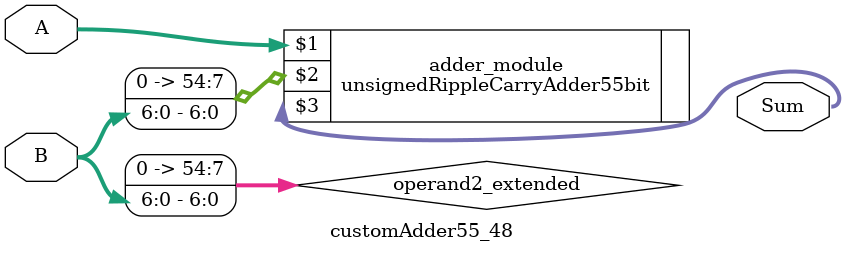
<source format=v>
module customAdder55_48(
                        input [54 : 0] A,
                        input [6 : 0] B,
                        
                        output [55 : 0] Sum
                );

        wire [54 : 0] operand2_extended;
        
        assign operand2_extended =  {48'b0, B};
        
        unsignedRippleCarryAdder55bit adder_module(
            A,
            operand2_extended,
            Sum
        );
        
        endmodule
        
</source>
